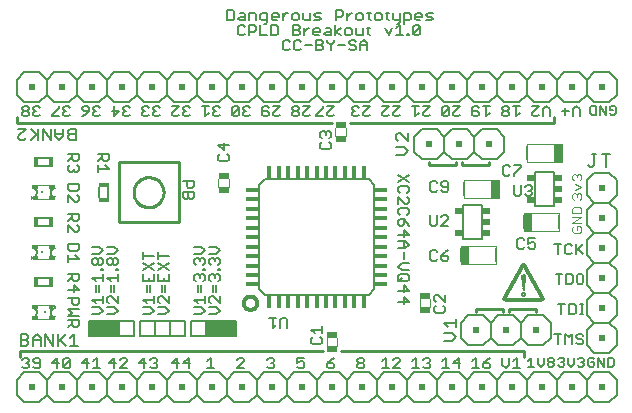
<source format=gto>
G75*
G70*
%OFA0B0*%
%FSLAX24Y24*%
%IPPOS*%
%LPD*%
%AMOC8*
5,1,8,0,0,1.08239X$1,22.5*
%
%ADD10C,0.0050*%
%ADD11C,0.0040*%
%ADD12C,0.0100*%
%ADD13C,0.0070*%
%ADD14C,0.0080*%
%ADD15R,0.1000X0.0500*%
%ADD16C,0.0120*%
%ADD17R,0.0157X0.0472*%
%ADD18R,0.0472X0.0157*%
%ADD19C,0.0079*%
%ADD20C,0.0060*%
%ADD21R,0.0200X0.0200*%
%ADD22R,0.0374X0.0197*%
%ADD23R,0.0374X0.0197*%
%ADD24R,0.0079X0.0472*%
%ADD25R,0.0256X0.0591*%
%ADD26C,0.0086*%
%ADD27R,0.0340X0.0160*%
%ADD28R,0.0197X0.0128*%
%ADD29R,0.0098X0.0059*%
%ADD30R,0.0069X0.0157*%
%ADD31R,0.0079X0.0079*%
%ADD32R,0.0118X0.0118*%
%ADD33R,0.0030X0.0128*%
%ADD34R,0.0160X0.0340*%
%ADD35R,0.0256X0.0197*%
D10*
X000908Y001786D02*
X000850Y001845D01*
X000908Y001786D02*
X001025Y001786D01*
X001083Y001845D01*
X001083Y001903D01*
X001025Y001961D01*
X000966Y001961D01*
X001025Y001961D02*
X001083Y002020D01*
X001083Y002078D01*
X001025Y002137D01*
X000908Y002137D01*
X000850Y002078D01*
X001218Y002078D02*
X001218Y002020D01*
X001276Y001961D01*
X001451Y001961D01*
X001451Y001845D02*
X001451Y002078D01*
X001393Y002137D01*
X001276Y002137D01*
X001218Y002078D01*
X001218Y001845D02*
X001276Y001786D01*
X001393Y001786D01*
X001451Y001845D01*
X001850Y001961D02*
X002083Y001961D01*
X002218Y001845D02*
X002451Y002078D01*
X002451Y001845D01*
X002393Y001786D01*
X002276Y001786D01*
X002218Y001845D01*
X002218Y002078D01*
X002276Y002137D01*
X002393Y002137D01*
X002451Y002078D01*
X002850Y001961D02*
X003083Y001961D01*
X003218Y002020D02*
X003335Y002137D01*
X003335Y001786D01*
X003451Y001786D02*
X003218Y001786D01*
X003025Y001786D02*
X003025Y002137D01*
X002850Y001961D01*
X002025Y001786D02*
X002025Y002137D01*
X001850Y001961D01*
X002386Y003166D02*
X002503Y003283D01*
X002503Y003225D02*
X002503Y003400D01*
X002386Y003400D02*
X002737Y003400D01*
X002737Y003225D01*
X002678Y003166D01*
X002561Y003166D01*
X002503Y003225D01*
X002386Y003534D02*
X002737Y003534D01*
X002737Y003768D02*
X002386Y003768D01*
X002503Y003651D01*
X002386Y003534D01*
X002561Y003903D02*
X002503Y003961D01*
X002503Y004136D01*
X002386Y004136D02*
X002737Y004136D01*
X002737Y003961D01*
X002678Y003903D01*
X002561Y003903D01*
X003186Y003820D02*
X003420Y003820D01*
X003536Y003703D01*
X003420Y003586D01*
X003186Y003586D01*
X003303Y003955D02*
X003186Y004071D01*
X003536Y004071D01*
X003536Y003955D02*
X003536Y004188D01*
X003686Y004130D02*
X003686Y004013D01*
X003744Y003955D01*
X003686Y003820D02*
X003920Y003820D01*
X004036Y003703D01*
X003920Y003586D01*
X003686Y003586D01*
X004036Y003955D02*
X003803Y004188D01*
X003744Y004188D01*
X003686Y004130D01*
X003803Y004323D02*
X003803Y004556D01*
X003920Y004556D02*
X003920Y004323D01*
X004036Y004188D02*
X004036Y003955D01*
X003420Y004323D02*
X003420Y004556D01*
X003303Y004556D02*
X003303Y004323D01*
X003303Y004691D02*
X003186Y004808D01*
X003536Y004808D01*
X003536Y004691D02*
X003536Y004925D01*
X003536Y005059D02*
X003536Y005118D01*
X003478Y005118D01*
X003478Y005059D01*
X003536Y005059D01*
X003478Y005244D02*
X003420Y005244D01*
X003361Y005302D01*
X003361Y005419D01*
X003420Y005477D01*
X003478Y005477D01*
X003536Y005419D01*
X003536Y005302D01*
X003478Y005244D01*
X003361Y005302D02*
X003303Y005244D01*
X003244Y005244D01*
X003186Y005302D01*
X003186Y005419D01*
X003244Y005477D01*
X003303Y005477D01*
X003361Y005419D01*
X003420Y005612D02*
X003186Y005612D01*
X003186Y005845D02*
X003420Y005845D01*
X003536Y005729D01*
X003420Y005612D01*
X003686Y005612D02*
X003920Y005612D01*
X004036Y005729D01*
X003920Y005845D01*
X003686Y005845D01*
X003744Y005477D02*
X003803Y005477D01*
X003861Y005419D01*
X003861Y005302D01*
X003803Y005244D01*
X003744Y005244D01*
X003686Y005302D01*
X003686Y005419D01*
X003744Y005477D01*
X003861Y005419D02*
X003920Y005477D01*
X003978Y005477D01*
X004036Y005419D01*
X004036Y005302D01*
X003978Y005244D01*
X003920Y005244D01*
X003861Y005302D01*
X003978Y005118D02*
X004036Y005118D01*
X004036Y005059D01*
X003978Y005059D01*
X003978Y005118D01*
X004036Y004925D02*
X004036Y004691D01*
X004036Y004808D02*
X003686Y004808D01*
X003803Y004691D01*
X002737Y004761D02*
X002678Y004703D01*
X002561Y004703D01*
X002503Y004761D01*
X002503Y004936D01*
X002503Y004820D02*
X002386Y004703D01*
X002561Y004568D02*
X002561Y004334D01*
X002386Y004393D02*
X002737Y004393D01*
X002561Y004568D01*
X002737Y004761D02*
X002737Y004936D01*
X002386Y004936D01*
X002386Y005334D02*
X002386Y005568D01*
X002386Y005451D02*
X002737Y005451D01*
X002620Y005568D01*
X002678Y005703D02*
X002445Y005703D01*
X002386Y005761D01*
X002386Y005936D01*
X002737Y005936D01*
X002737Y005761D01*
X002678Y005703D01*
X002678Y006334D02*
X002737Y006393D01*
X002737Y006510D01*
X002678Y006568D01*
X002678Y006703D02*
X002561Y006703D01*
X002503Y006761D01*
X002503Y006936D01*
X002503Y006820D02*
X002386Y006703D01*
X002386Y006568D02*
X002620Y006334D01*
X002678Y006334D01*
X002386Y006334D02*
X002386Y006568D01*
X002678Y006703D02*
X002737Y006761D01*
X002737Y006936D01*
X002386Y006936D01*
X002386Y007334D02*
X002386Y007568D01*
X002620Y007334D01*
X002678Y007334D01*
X002737Y007393D01*
X002737Y007510D01*
X002678Y007568D01*
X002678Y007703D02*
X002445Y007703D01*
X002386Y007761D01*
X002386Y007936D01*
X002737Y007936D01*
X002737Y007761D01*
X002678Y007703D01*
X002678Y008334D02*
X002620Y008334D01*
X002561Y008393D01*
X002503Y008334D01*
X002445Y008334D01*
X002386Y008393D01*
X002386Y008510D01*
X002445Y008568D01*
X002386Y008703D02*
X002503Y008820D01*
X002503Y008761D02*
X002503Y008936D01*
X002386Y008936D02*
X002737Y008936D01*
X002737Y008761D01*
X002678Y008703D01*
X002561Y008703D01*
X002503Y008761D01*
X002678Y008568D02*
X002737Y008510D01*
X002737Y008393D01*
X002678Y008334D01*
X002561Y008393D02*
X002561Y008451D01*
X003386Y008451D02*
X003737Y008451D01*
X003620Y008568D01*
X003678Y008703D02*
X003561Y008703D01*
X003503Y008761D01*
X003503Y008936D01*
X003503Y008820D02*
X003386Y008703D01*
X003386Y008568D02*
X003386Y008334D01*
X003678Y008703D02*
X003737Y008761D01*
X003737Y008936D01*
X003386Y008936D01*
X003378Y010186D02*
X003261Y010186D01*
X003203Y010244D01*
X003203Y010303D01*
X003261Y010361D01*
X003203Y010420D01*
X003203Y010478D01*
X003261Y010536D01*
X003378Y010536D01*
X003436Y010478D01*
X003320Y010361D02*
X003261Y010361D01*
X003068Y010361D02*
X002893Y010361D01*
X002834Y010420D01*
X002834Y010478D01*
X002893Y010536D01*
X003010Y010536D01*
X003068Y010478D01*
X003068Y010361D01*
X002951Y010244D01*
X002834Y010186D01*
X002436Y010244D02*
X002378Y010186D01*
X002261Y010186D01*
X002203Y010244D01*
X002203Y010303D01*
X002261Y010361D01*
X002203Y010420D01*
X002203Y010478D01*
X002261Y010536D01*
X002378Y010536D01*
X002436Y010478D01*
X002320Y010361D02*
X002261Y010361D01*
X002068Y010478D02*
X002068Y010536D01*
X002068Y010478D02*
X001834Y010244D01*
X001834Y010186D01*
X002068Y010186D01*
X001436Y010244D02*
X001378Y010186D01*
X001261Y010186D01*
X001203Y010244D01*
X001203Y010303D01*
X001261Y010361D01*
X001203Y010420D01*
X001203Y010478D01*
X001261Y010536D01*
X001378Y010536D01*
X001436Y010478D01*
X001320Y010361D02*
X001261Y010361D01*
X001068Y010303D02*
X001068Y010244D01*
X001010Y010186D01*
X000893Y010186D01*
X000834Y010244D01*
X000834Y010303D01*
X000893Y010361D01*
X001010Y010361D01*
X001068Y010303D01*
X001010Y010361D02*
X001068Y010420D01*
X001068Y010478D01*
X001010Y010536D01*
X000893Y010536D01*
X000834Y010478D01*
X000834Y010420D01*
X000893Y010361D01*
X003378Y010186D02*
X003436Y010244D01*
X003834Y010361D02*
X004068Y010361D01*
X003893Y010186D01*
X003893Y010536D01*
X004203Y010478D02*
X004261Y010536D01*
X004378Y010536D01*
X004436Y010478D01*
X004320Y010361D02*
X004261Y010361D01*
X004203Y010420D01*
X004203Y010478D01*
X004261Y010361D02*
X004203Y010303D01*
X004203Y010244D01*
X004261Y010186D01*
X004378Y010186D01*
X004436Y010244D01*
X004834Y010244D02*
X004893Y010186D01*
X005010Y010186D01*
X005068Y010244D01*
X005203Y010244D02*
X005261Y010186D01*
X005378Y010186D01*
X005436Y010244D01*
X005320Y010361D02*
X005261Y010361D01*
X005203Y010420D01*
X005203Y010478D01*
X005261Y010536D01*
X005378Y010536D01*
X005436Y010478D01*
X005261Y010361D02*
X005203Y010303D01*
X005203Y010244D01*
X005068Y010478D02*
X005010Y010536D01*
X004893Y010536D01*
X004834Y010478D01*
X004834Y010420D01*
X004893Y010361D01*
X004951Y010361D01*
X004893Y010361D02*
X004834Y010303D01*
X004834Y010244D01*
X005834Y010244D02*
X005893Y010186D01*
X006010Y010186D01*
X006068Y010244D01*
X006203Y010244D02*
X006261Y010186D01*
X006378Y010186D01*
X006436Y010244D01*
X006320Y010361D02*
X006261Y010361D01*
X006203Y010420D01*
X006203Y010478D01*
X006261Y010536D01*
X006378Y010536D01*
X006436Y010478D01*
X006261Y010361D02*
X006203Y010303D01*
X006203Y010244D01*
X006068Y010536D02*
X005834Y010536D01*
X005834Y010303D02*
X006068Y010536D01*
X005834Y010303D02*
X005834Y010244D01*
X006834Y010536D02*
X007068Y010536D01*
X006951Y010536D02*
X006951Y010186D01*
X007068Y010303D01*
X007203Y010303D02*
X007261Y010361D01*
X007203Y010420D01*
X007203Y010478D01*
X007261Y010536D01*
X007378Y010536D01*
X007436Y010478D01*
X007320Y010361D02*
X007261Y010361D01*
X007203Y010303D02*
X007203Y010244D01*
X007261Y010186D01*
X007378Y010186D01*
X007436Y010244D01*
X007834Y010244D02*
X008068Y010478D01*
X008010Y010536D01*
X007893Y010536D01*
X007834Y010478D01*
X007834Y010244D01*
X007893Y010186D01*
X008010Y010186D01*
X008068Y010244D01*
X008068Y010478D01*
X008203Y010478D02*
X008261Y010536D01*
X008378Y010536D01*
X008436Y010478D01*
X008320Y010361D02*
X008261Y010361D01*
X008203Y010420D01*
X008203Y010478D01*
X008261Y010361D02*
X008203Y010303D01*
X008203Y010244D01*
X008261Y010186D01*
X008378Y010186D01*
X008436Y010244D01*
X008834Y010244D02*
X008893Y010186D01*
X009010Y010186D01*
X009068Y010244D01*
X009068Y010303D01*
X009010Y010361D01*
X008834Y010361D01*
X008834Y010478D02*
X008834Y010244D01*
X008834Y010478D02*
X008893Y010536D01*
X009010Y010536D01*
X009068Y010478D01*
X009203Y010536D02*
X009436Y010536D01*
X009203Y010303D01*
X009203Y010244D01*
X009261Y010186D01*
X009378Y010186D01*
X009436Y010244D01*
X009834Y010244D02*
X009893Y010186D01*
X010010Y010186D01*
X010068Y010244D01*
X010068Y010303D01*
X010010Y010361D01*
X009893Y010361D01*
X009834Y010420D01*
X009834Y010478D01*
X009893Y010536D01*
X010010Y010536D01*
X010068Y010478D01*
X010068Y010420D01*
X010010Y010361D01*
X009893Y010361D02*
X009834Y010303D01*
X009834Y010244D01*
X010203Y010244D02*
X010261Y010186D01*
X010378Y010186D01*
X010436Y010244D01*
X010634Y010244D02*
X010634Y010186D01*
X010868Y010186D01*
X011003Y010244D02*
X011061Y010186D01*
X011178Y010186D01*
X011236Y010244D01*
X011003Y010244D02*
X011003Y010303D01*
X011236Y010536D01*
X011003Y010536D01*
X010868Y010536D02*
X010868Y010478D01*
X010634Y010244D01*
X010436Y010536D02*
X010203Y010536D01*
X010436Y010536D02*
X010203Y010303D01*
X010203Y010244D01*
X010786Y009630D02*
X010844Y009688D01*
X010903Y009688D01*
X010961Y009630D01*
X011020Y009688D01*
X011078Y009688D01*
X011136Y009630D01*
X011136Y009513D01*
X011078Y009455D01*
X011078Y009320D02*
X011136Y009261D01*
X011136Y009145D01*
X011078Y009086D01*
X010844Y009086D01*
X010786Y009145D01*
X010786Y009261D01*
X010844Y009320D01*
X010844Y009455D02*
X010786Y009513D01*
X010786Y009630D01*
X010961Y009630D02*
X010961Y009571D01*
X011834Y010244D02*
X011893Y010186D01*
X012010Y010186D01*
X012068Y010244D01*
X012203Y010244D02*
X012261Y010186D01*
X012378Y010186D01*
X012436Y010244D01*
X012203Y010244D02*
X012203Y010303D01*
X012436Y010536D01*
X012203Y010536D01*
X012068Y010478D02*
X012010Y010536D01*
X011893Y010536D01*
X011834Y010478D01*
X011834Y010420D01*
X011893Y010361D01*
X011951Y010361D01*
X011893Y010361D02*
X011834Y010303D01*
X011834Y010244D01*
X012834Y010244D02*
X012893Y010186D01*
X013010Y010186D01*
X013068Y010244D01*
X013203Y010244D02*
X013261Y010186D01*
X013378Y010186D01*
X013436Y010244D01*
X013203Y010244D02*
X013203Y010303D01*
X013436Y010536D01*
X013203Y010536D01*
X013068Y010536D02*
X012834Y010303D01*
X012834Y010244D01*
X012834Y010536D02*
X013068Y010536D01*
X013834Y010536D02*
X014068Y010536D01*
X013951Y010536D02*
X013951Y010186D01*
X014068Y010303D01*
X014203Y010303D02*
X014203Y010244D01*
X014261Y010186D01*
X014378Y010186D01*
X014436Y010244D01*
X014203Y010303D02*
X014436Y010536D01*
X014203Y010536D01*
X014834Y010478D02*
X014834Y010244D01*
X015068Y010478D01*
X015010Y010536D01*
X014893Y010536D01*
X014834Y010478D01*
X014834Y010244D02*
X014893Y010186D01*
X015010Y010186D01*
X015068Y010244D01*
X015068Y010478D01*
X015203Y010536D02*
X015436Y010536D01*
X015203Y010303D01*
X015203Y010244D01*
X015261Y010186D01*
X015378Y010186D01*
X015436Y010244D01*
X015834Y010244D02*
X015893Y010186D01*
X016010Y010186D01*
X016068Y010244D01*
X016068Y010303D01*
X016010Y010361D01*
X015834Y010361D01*
X015834Y010478D02*
X015834Y010244D01*
X015834Y010478D02*
X015893Y010536D01*
X016010Y010536D01*
X016068Y010478D01*
X016203Y010536D02*
X016436Y010536D01*
X016320Y010536D02*
X016320Y010186D01*
X016436Y010303D01*
X016834Y010303D02*
X016893Y010361D01*
X017010Y010361D01*
X017068Y010303D01*
X017068Y010244D01*
X017010Y010186D01*
X016893Y010186D01*
X016834Y010244D01*
X016834Y010303D01*
X016893Y010361D02*
X016834Y010420D01*
X016834Y010478D01*
X016893Y010536D01*
X017010Y010536D01*
X017068Y010478D01*
X017068Y010420D01*
X017010Y010361D01*
X017203Y010536D02*
X017436Y010536D01*
X017320Y010536D02*
X017320Y010186D01*
X017436Y010303D01*
X017834Y010303D02*
X017834Y010244D01*
X017893Y010186D01*
X018010Y010186D01*
X018068Y010244D01*
X018203Y010186D02*
X018203Y010420D01*
X018320Y010536D01*
X018436Y010420D01*
X018436Y010186D01*
X018834Y010361D02*
X019068Y010361D01*
X019203Y010420D02*
X019320Y010536D01*
X019436Y010420D01*
X019436Y010186D01*
X019203Y010186D02*
X019203Y010420D01*
X018951Y010478D02*
X018951Y010244D01*
X019792Y010286D02*
X019842Y010236D01*
X019992Y010236D01*
X019992Y010536D01*
X019842Y010536D01*
X019792Y010486D01*
X019792Y010286D01*
X020114Y010236D02*
X020114Y010536D01*
X020314Y010236D01*
X020314Y010536D01*
X020436Y010486D02*
X020436Y010386D01*
X020536Y010386D01*
X020436Y010286D02*
X020486Y010236D01*
X020586Y010236D01*
X020636Y010286D01*
X020636Y010486D01*
X020586Y010536D01*
X020486Y010536D01*
X020436Y010486D01*
X018068Y010536D02*
X017834Y010303D01*
X017834Y010536D02*
X018068Y010536D01*
X017481Y008553D02*
X017248Y008553D01*
X017113Y008494D02*
X017055Y008553D01*
X016938Y008553D01*
X016880Y008494D01*
X016880Y008261D01*
X016938Y008202D01*
X017055Y008202D01*
X017113Y008261D01*
X017248Y008261D02*
X017248Y008202D01*
X017248Y008261D02*
X017481Y008494D01*
X017481Y008553D01*
X017470Y007887D02*
X017470Y007595D01*
X017411Y007536D01*
X017295Y007536D01*
X017236Y007595D01*
X017236Y007887D01*
X017605Y007828D02*
X017663Y007887D01*
X017780Y007887D01*
X017838Y007828D01*
X017838Y007770D01*
X017780Y007711D01*
X017838Y007653D01*
X017838Y007595D01*
X017780Y007536D01*
X017663Y007536D01*
X017605Y007595D01*
X017721Y007711D02*
X017780Y007711D01*
X017725Y006120D02*
X017725Y005945D01*
X017841Y006004D01*
X017900Y006004D01*
X017958Y005945D01*
X017958Y005828D01*
X017900Y005770D01*
X017783Y005770D01*
X017725Y005828D01*
X017590Y005828D02*
X017531Y005770D01*
X017415Y005770D01*
X017356Y005828D01*
X017356Y006062D01*
X017415Y006120D01*
X017531Y006120D01*
X017590Y006062D01*
X017725Y006120D02*
X017958Y006120D01*
X018581Y005937D02*
X018815Y005937D01*
X018698Y005937D02*
X018698Y005586D01*
X018950Y005645D02*
X019008Y005586D01*
X019125Y005586D01*
X019183Y005645D01*
X019318Y005703D02*
X019551Y005937D01*
X019318Y005937D02*
X019318Y005586D01*
X019376Y005761D02*
X019551Y005586D01*
X019183Y005878D02*
X019125Y005937D01*
X019008Y005937D01*
X018950Y005878D01*
X018950Y005645D01*
X018986Y004937D02*
X019152Y004937D01*
X019207Y004881D01*
X019207Y004661D01*
X019152Y004606D01*
X018986Y004606D01*
X018986Y004937D01*
X018857Y004937D02*
X018637Y004937D01*
X018747Y004937D02*
X018747Y004606D01*
X019336Y004661D02*
X019391Y004606D01*
X019501Y004606D01*
X019556Y004661D01*
X019556Y004881D01*
X019501Y004937D01*
X019391Y004937D01*
X019336Y004881D01*
X019336Y004661D01*
X019248Y003937D02*
X019072Y003937D01*
X019072Y003586D01*
X019248Y003586D01*
X019306Y003645D01*
X019306Y003878D01*
X019248Y003937D01*
X019441Y003937D02*
X019557Y003937D01*
X019499Y003937D02*
X019499Y003586D01*
X019441Y003586D02*
X019557Y003586D01*
X018938Y003937D02*
X018704Y003937D01*
X018821Y003937D02*
X018821Y003586D01*
X018815Y002937D02*
X018581Y002937D01*
X018698Y002937D02*
X018698Y002586D01*
X018950Y002586D02*
X018950Y002937D01*
X019066Y002820D01*
X019183Y002937D01*
X019183Y002586D01*
X019318Y002645D02*
X019376Y002586D01*
X019493Y002586D01*
X019551Y002645D01*
X019551Y002703D01*
X019493Y002761D01*
X019376Y002761D01*
X019318Y002820D01*
X019318Y002878D01*
X019376Y002937D01*
X019493Y002937D01*
X019551Y002878D01*
X019514Y002136D02*
X019564Y002086D01*
X019564Y002036D01*
X019514Y001986D01*
X019564Y001936D01*
X019564Y001886D01*
X019514Y001836D01*
X019414Y001836D01*
X019364Y001886D01*
X019242Y001936D02*
X019242Y002136D01*
X019364Y002086D02*
X019414Y002136D01*
X019514Y002136D01*
X019514Y001986D02*
X019464Y001986D01*
X019242Y001936D02*
X019142Y001836D01*
X019042Y001936D01*
X019042Y002136D01*
X018920Y002086D02*
X018920Y002036D01*
X018870Y001986D01*
X018920Y001936D01*
X018920Y001886D01*
X018870Y001836D01*
X018769Y001836D01*
X018719Y001886D01*
X018820Y001986D02*
X018870Y001986D01*
X018920Y002086D02*
X018870Y002136D01*
X018769Y002136D01*
X018719Y002086D01*
X018564Y002086D02*
X018564Y002036D01*
X018514Y001986D01*
X018414Y001986D01*
X018364Y002036D01*
X018364Y002086D01*
X018414Y002136D01*
X018514Y002136D01*
X018564Y002086D01*
X018514Y001986D02*
X018564Y001936D01*
X018564Y001886D01*
X018514Y001836D01*
X018414Y001836D01*
X018364Y001886D01*
X018364Y001936D01*
X018414Y001986D01*
X018242Y001936D02*
X018242Y002136D01*
X018042Y002136D02*
X018042Y001936D01*
X018142Y001836D01*
X018242Y001936D01*
X017920Y001836D02*
X017719Y001836D01*
X017820Y001836D02*
X017820Y002136D01*
X017719Y002036D01*
X017451Y001786D02*
X017218Y001786D01*
X017335Y001786D02*
X017335Y002137D01*
X017218Y002020D01*
X017083Y001903D02*
X017083Y002137D01*
X016850Y002137D02*
X016850Y001903D01*
X016966Y001786D01*
X017083Y001903D01*
X016451Y001903D02*
X016393Y001961D01*
X016218Y001961D01*
X016218Y001845D01*
X016276Y001786D01*
X016393Y001786D01*
X016451Y001845D01*
X016451Y001903D01*
X016335Y002078D02*
X016218Y001961D01*
X016335Y002078D02*
X016451Y002137D01*
X015966Y002137D02*
X015966Y001786D01*
X015850Y001786D02*
X016083Y001786D01*
X015850Y002020D02*
X015966Y002137D01*
X015451Y001961D02*
X015218Y001961D01*
X015393Y002137D01*
X015393Y001786D01*
X015083Y001786D02*
X014850Y001786D01*
X014966Y001786D02*
X014966Y002137D01*
X014850Y002020D01*
X014451Y002020D02*
X014393Y001961D01*
X014451Y001903D01*
X014451Y001845D01*
X014393Y001786D01*
X014276Y001786D01*
X014218Y001845D01*
X014083Y001786D02*
X013850Y001786D01*
X013966Y001786D02*
X013966Y002137D01*
X013850Y002020D01*
X013451Y002020D02*
X013451Y002078D01*
X013393Y002137D01*
X013276Y002137D01*
X013218Y002078D01*
X012966Y002137D02*
X012966Y001786D01*
X012850Y001786D02*
X013083Y001786D01*
X013218Y001786D02*
X013451Y002020D01*
X013451Y001786D02*
X013218Y001786D01*
X012966Y002137D02*
X012850Y002020D01*
X012251Y002020D02*
X012193Y001961D01*
X012076Y001961D01*
X012018Y002020D01*
X012018Y002078D01*
X012076Y002137D01*
X012193Y002137D01*
X012251Y002078D01*
X012251Y002020D01*
X012193Y001961D02*
X012251Y001903D01*
X012251Y001845D01*
X012193Y001786D01*
X012076Y001786D01*
X012018Y001845D01*
X012018Y001903D01*
X012076Y001961D01*
X011251Y001903D02*
X011193Y001961D01*
X011018Y001961D01*
X011018Y001845D01*
X011076Y001786D01*
X011193Y001786D01*
X011251Y001845D01*
X011251Y001903D01*
X011135Y002078D02*
X011018Y001961D01*
X011135Y002078D02*
X011251Y002137D01*
X010778Y002586D02*
X010544Y002586D01*
X010486Y002645D01*
X010486Y002761D01*
X010544Y002820D01*
X010603Y002955D02*
X010486Y003071D01*
X010836Y003071D01*
X010836Y002955D02*
X010836Y003188D01*
X010778Y002820D02*
X010836Y002761D01*
X010836Y002645D01*
X010778Y002586D01*
X010251Y002137D02*
X010018Y002137D01*
X010018Y001961D01*
X010135Y002020D01*
X010193Y002020D01*
X010251Y001961D01*
X010251Y001845D01*
X010193Y001786D01*
X010076Y001786D01*
X010018Y001845D01*
X009251Y001845D02*
X009193Y001786D01*
X009076Y001786D01*
X009018Y001845D01*
X009135Y001961D02*
X009193Y001961D01*
X009251Y001903D01*
X009251Y001845D01*
X009193Y001961D02*
X009251Y002020D01*
X009251Y002078D01*
X009193Y002137D01*
X009076Y002137D01*
X009018Y002078D01*
X008251Y002078D02*
X008193Y002137D01*
X008076Y002137D01*
X008018Y002078D01*
X008251Y002078D02*
X008251Y002020D01*
X008018Y001786D01*
X008251Y001786D01*
X007251Y001786D02*
X007018Y001786D01*
X007135Y001786D02*
X007135Y002137D01*
X007018Y002020D01*
X006451Y001961D02*
X006218Y001961D01*
X006393Y002137D01*
X006393Y001786D01*
X006025Y001786D02*
X006025Y002137D01*
X005850Y001961D01*
X006083Y001961D01*
X005351Y001903D02*
X005351Y001845D01*
X005293Y001786D01*
X005176Y001786D01*
X005118Y001845D01*
X005235Y001961D02*
X005293Y001961D01*
X005351Y001903D01*
X005293Y001961D02*
X005351Y002020D01*
X005351Y002078D01*
X005293Y002137D01*
X005176Y002137D01*
X005118Y002078D01*
X004983Y001961D02*
X004750Y001961D01*
X004925Y002137D01*
X004925Y001786D01*
X004351Y001786D02*
X004118Y001786D01*
X004351Y002020D01*
X004351Y002078D01*
X004293Y002137D01*
X004176Y002137D01*
X004118Y002078D01*
X003983Y001961D02*
X003750Y001961D01*
X003925Y002137D01*
X003925Y001786D01*
X004886Y003586D02*
X005120Y003586D01*
X005236Y003703D01*
X005120Y003820D01*
X004886Y003820D01*
X005003Y003955D02*
X004886Y004071D01*
X005236Y004071D01*
X005236Y003955D02*
X005236Y004188D01*
X005386Y004130D02*
X005386Y004013D01*
X005444Y003955D01*
X005386Y003820D02*
X005620Y003820D01*
X005736Y003703D01*
X005620Y003586D01*
X005386Y003586D01*
X005736Y003955D02*
X005503Y004188D01*
X005444Y004188D01*
X005386Y004130D01*
X005503Y004323D02*
X005503Y004556D01*
X005620Y004556D02*
X005620Y004323D01*
X005736Y004188D02*
X005736Y003955D01*
X005120Y004323D02*
X005120Y004556D01*
X005003Y004556D02*
X005003Y004323D01*
X005061Y004691D02*
X005061Y004808D01*
X004886Y004925D02*
X004886Y004691D01*
X005236Y004691D01*
X005236Y004925D01*
X005236Y005059D02*
X004886Y005293D01*
X004886Y005428D02*
X004886Y005661D01*
X004886Y005545D02*
X005236Y005545D01*
X005386Y005545D02*
X005736Y005545D01*
X005386Y005661D02*
X005386Y005428D01*
X005386Y005293D02*
X005736Y005059D01*
X005736Y004925D02*
X005736Y004691D01*
X005386Y004691D01*
X005386Y004925D01*
X005386Y005059D02*
X005736Y005293D01*
X005236Y005293D02*
X004886Y005059D01*
X005561Y004808D02*
X005561Y004691D01*
X006586Y004750D02*
X006586Y004866D01*
X006644Y004925D01*
X006703Y004925D01*
X006761Y004866D01*
X006820Y004925D01*
X006878Y004925D01*
X006936Y004866D01*
X006936Y004750D01*
X006878Y004691D01*
X006820Y004556D02*
X006820Y004323D01*
X006703Y004323D02*
X006703Y004556D01*
X006644Y004691D02*
X006586Y004750D01*
X006761Y004808D02*
X006761Y004866D01*
X006878Y005059D02*
X006878Y005118D01*
X006936Y005118D01*
X006936Y005059D01*
X006878Y005059D01*
X006878Y005244D02*
X006936Y005302D01*
X006936Y005419D01*
X006878Y005477D01*
X006820Y005477D01*
X006761Y005419D01*
X006761Y005360D01*
X006761Y005419D02*
X006703Y005477D01*
X006644Y005477D01*
X006586Y005419D01*
X006586Y005302D01*
X006644Y005244D01*
X007086Y005302D02*
X007086Y005419D01*
X007144Y005477D01*
X007203Y005477D01*
X007261Y005419D01*
X007320Y005477D01*
X007378Y005477D01*
X007436Y005419D01*
X007436Y005302D01*
X007378Y005244D01*
X007378Y005118D02*
X007436Y005118D01*
X007436Y005059D01*
X007378Y005059D01*
X007378Y005118D01*
X007378Y004925D02*
X007436Y004866D01*
X007436Y004750D01*
X007378Y004691D01*
X007320Y004556D02*
X007320Y004323D01*
X007203Y004323D02*
X007203Y004556D01*
X007144Y004691D02*
X007086Y004750D01*
X007086Y004866D01*
X007144Y004925D01*
X007203Y004925D01*
X007261Y004866D01*
X007320Y004925D01*
X007378Y004925D01*
X007261Y004866D02*
X007261Y004808D01*
X007144Y005244D02*
X007086Y005302D01*
X007261Y005360D02*
X007261Y005419D01*
X007320Y005612D02*
X007086Y005612D01*
X006936Y005729D02*
X006820Y005845D01*
X006586Y005845D01*
X006586Y005612D02*
X006820Y005612D01*
X006936Y005729D01*
X007086Y005845D02*
X007320Y005845D01*
X007436Y005729D01*
X007320Y005612D01*
X007436Y004188D02*
X007436Y003955D01*
X007203Y004188D01*
X007144Y004188D01*
X007086Y004130D01*
X007086Y004013D01*
X007144Y003955D01*
X007086Y003820D02*
X007320Y003820D01*
X007436Y003703D01*
X007320Y003586D01*
X007086Y003586D01*
X006936Y003703D02*
X006820Y003820D01*
X006586Y003820D01*
X006703Y003955D02*
X006586Y004071D01*
X006936Y004071D01*
X006936Y003955D02*
X006936Y004188D01*
X006936Y003703D02*
X006820Y003586D01*
X006586Y003586D01*
X009084Y003476D02*
X009318Y003476D01*
X009201Y003476D02*
X009201Y003126D01*
X009318Y003243D01*
X009453Y003126D02*
X009453Y003418D01*
X009511Y003476D01*
X009628Y003476D01*
X009686Y003418D01*
X009686Y003126D01*
X013386Y004010D02*
X013737Y004010D01*
X013561Y004185D01*
X013561Y003951D01*
X013561Y004320D02*
X013561Y004553D01*
X013737Y004378D01*
X013386Y004378D01*
X013386Y004688D02*
X013503Y004805D01*
X013445Y004921D02*
X013386Y004863D01*
X013386Y004746D01*
X013445Y004688D01*
X013678Y004688D01*
X013737Y004746D01*
X013737Y004863D01*
X013678Y004921D01*
X013445Y004921D01*
X013503Y005056D02*
X013386Y005173D01*
X013503Y005290D01*
X013737Y005290D01*
X013561Y005425D02*
X013561Y005658D01*
X013561Y005793D02*
X013561Y006026D01*
X013620Y006026D02*
X013737Y005910D01*
X013620Y005793D01*
X013386Y005793D01*
X013386Y006026D02*
X013620Y006026D01*
X013561Y006161D02*
X013561Y006395D01*
X013737Y006220D01*
X013386Y006220D01*
X013445Y006530D02*
X013503Y006530D01*
X013561Y006588D01*
X013561Y006763D01*
X013445Y006763D01*
X013386Y006705D01*
X013386Y006588D01*
X013445Y006530D01*
X013678Y006646D02*
X013561Y006763D01*
X013678Y006646D02*
X013737Y006530D01*
X013678Y006898D02*
X013737Y006956D01*
X013737Y007073D01*
X013678Y007131D01*
X013445Y007131D01*
X013386Y007073D01*
X013386Y006956D01*
X013445Y006898D01*
X013386Y007266D02*
X013386Y007500D01*
X013620Y007266D01*
X013678Y007266D01*
X013737Y007325D01*
X013737Y007441D01*
X013678Y007500D01*
X013678Y007634D02*
X013737Y007693D01*
X013737Y007810D01*
X013678Y007868D01*
X013445Y007868D01*
X013386Y007810D01*
X013386Y007693D01*
X013445Y007634D01*
X013386Y008003D02*
X013737Y008236D01*
X013737Y008003D02*
X013386Y008236D01*
X014456Y007962D02*
X014456Y007728D01*
X014515Y007670D01*
X014631Y007670D01*
X014690Y007728D01*
X014825Y007728D02*
X014883Y007670D01*
X015000Y007670D01*
X015058Y007728D01*
X015058Y007962D01*
X015000Y008020D01*
X014883Y008020D01*
X014825Y007962D01*
X014825Y007904D01*
X014883Y007845D01*
X015058Y007845D01*
X014690Y007962D02*
X014631Y008020D01*
X014515Y008020D01*
X014456Y007962D01*
X014436Y006887D02*
X014436Y006595D01*
X014495Y006536D01*
X014611Y006536D01*
X014670Y006595D01*
X014670Y006887D01*
X014805Y006828D02*
X014863Y006887D01*
X014980Y006887D01*
X015038Y006828D01*
X015038Y006770D01*
X014805Y006536D01*
X015038Y006536D01*
X015058Y005720D02*
X014941Y005662D01*
X014825Y005545D01*
X015000Y005545D01*
X015058Y005487D01*
X015058Y005428D01*
X015000Y005370D01*
X014883Y005370D01*
X014825Y005428D01*
X014825Y005545D01*
X014690Y005428D02*
X014631Y005370D01*
X014515Y005370D01*
X014456Y005428D01*
X014456Y005662D01*
X014515Y005720D01*
X014631Y005720D01*
X014690Y005662D01*
X013737Y005056D02*
X013503Y005056D01*
X014586Y004193D02*
X014644Y004251D01*
X014703Y004251D01*
X014936Y004018D01*
X014936Y004251D01*
X014586Y004193D02*
X014586Y004076D01*
X014644Y004018D01*
X014644Y003883D02*
X014586Y003825D01*
X014586Y003708D01*
X014644Y003650D01*
X014878Y003650D01*
X014936Y003708D01*
X014936Y003825D01*
X014878Y003883D01*
X014393Y002137D02*
X014276Y002137D01*
X014218Y002078D01*
X014335Y001961D02*
X014393Y001961D01*
X014451Y002020D02*
X014451Y002078D01*
X014393Y002137D01*
X017512Y004261D02*
X017514Y004274D01*
X017519Y004286D01*
X017528Y004297D01*
X017538Y004305D01*
X017551Y004309D01*
X017564Y004310D01*
X017577Y004307D01*
X017589Y004301D01*
X017599Y004292D01*
X017606Y004281D01*
X017610Y004268D01*
X017610Y004254D01*
X017606Y004241D01*
X017599Y004230D01*
X017589Y004221D01*
X017577Y004215D01*
X017564Y004212D01*
X017551Y004213D01*
X017538Y004217D01*
X017528Y004225D01*
X017519Y004236D01*
X017514Y004248D01*
X017512Y004261D01*
X017561Y004409D02*
X017610Y004852D01*
X017512Y004852D01*
X017561Y004409D01*
X017559Y004433D02*
X017564Y004433D01*
X017569Y004482D02*
X017553Y004482D01*
X017548Y004530D02*
X017575Y004530D01*
X017580Y004579D02*
X017542Y004579D01*
X017537Y004627D02*
X017586Y004627D01*
X017591Y004676D02*
X017532Y004676D01*
X017526Y004724D02*
X017596Y004724D01*
X017602Y004773D02*
X017521Y004773D01*
X017515Y004821D02*
X017607Y004821D01*
X017610Y004852D02*
X017608Y004865D01*
X017603Y004876D01*
X017596Y004887D01*
X017586Y004894D01*
X017574Y004899D01*
X017561Y004901D01*
X017548Y004899D01*
X017537Y004894D01*
X017526Y004887D01*
X017519Y004876D01*
X017514Y004865D01*
X017512Y004852D01*
X019769Y002136D02*
X019719Y002086D01*
X019719Y001886D01*
X019769Y001836D01*
X019870Y001836D01*
X019920Y001886D01*
X019920Y001986D01*
X019820Y001986D01*
X019920Y002086D02*
X019870Y002136D01*
X019769Y002136D01*
X020042Y002136D02*
X020242Y001836D01*
X020242Y002136D01*
X020364Y002136D02*
X020514Y002136D01*
X020564Y002086D01*
X020564Y001886D01*
X020514Y001836D01*
X020364Y001836D01*
X020364Y002136D01*
X020042Y002136D02*
X020042Y001836D01*
X007736Y008745D02*
X007736Y008861D01*
X007678Y008920D01*
X007561Y009055D02*
X007561Y009288D01*
X007386Y009230D02*
X007561Y009055D01*
X007444Y008920D02*
X007386Y008861D01*
X007386Y008745D01*
X007444Y008686D01*
X007678Y008686D01*
X007736Y008745D01*
X007736Y009230D02*
X007386Y009230D01*
X006562Y008036D02*
X006211Y008036D01*
X006328Y008036D02*
X006328Y007861D01*
X006386Y007803D01*
X006503Y007803D01*
X006562Y007861D01*
X006562Y008036D01*
X006562Y007668D02*
X006211Y007668D01*
X006211Y007493D01*
X006270Y007434D01*
X006328Y007434D01*
X006386Y007493D01*
X006386Y007668D01*
X006386Y007493D02*
X006445Y007434D01*
X006503Y007434D01*
X006562Y007493D01*
X006562Y007668D01*
X009595Y012386D02*
X009711Y012386D01*
X009770Y012445D01*
X009905Y012445D02*
X009963Y012386D01*
X010080Y012386D01*
X010138Y012445D01*
X010273Y012561D02*
X010506Y012561D01*
X010641Y012561D02*
X010816Y012561D01*
X010875Y012503D01*
X010875Y012445D01*
X010816Y012386D01*
X010641Y012386D01*
X010641Y012737D01*
X010816Y012737D01*
X010875Y012678D01*
X010875Y012620D01*
X010816Y012561D01*
X011009Y012678D02*
X011126Y012561D01*
X011126Y012386D01*
X011126Y012561D02*
X011243Y012678D01*
X011243Y012737D01*
X011290Y012886D02*
X011290Y013237D01*
X011308Y013386D02*
X011308Y013737D01*
X011483Y013737D01*
X011541Y013678D01*
X011541Y013561D01*
X011483Y013503D01*
X011308Y013503D01*
X011676Y013503D02*
X011793Y013620D01*
X011851Y013620D01*
X011983Y013561D02*
X011983Y013445D01*
X012041Y013386D01*
X012158Y013386D01*
X012217Y013445D01*
X012217Y013561D01*
X012158Y013620D01*
X012041Y013620D01*
X011983Y013561D01*
X012351Y013620D02*
X012468Y013620D01*
X012410Y013678D02*
X012410Y013445D01*
X012468Y013386D01*
X012597Y013445D02*
X012655Y013386D01*
X012772Y013386D01*
X012830Y013445D01*
X012830Y013561D01*
X012772Y013620D01*
X012655Y013620D01*
X012597Y013561D01*
X012597Y013445D01*
X012965Y013620D02*
X013082Y013620D01*
X013024Y013678D02*
X013024Y013445D01*
X013082Y013386D01*
X013211Y013445D02*
X013269Y013386D01*
X013444Y013386D01*
X013444Y013328D02*
X013386Y013270D01*
X013327Y013270D01*
X013432Y013237D02*
X013432Y012886D01*
X013315Y012886D02*
X013549Y012886D01*
X013684Y012886D02*
X013742Y012886D01*
X013742Y012945D01*
X013684Y012945D01*
X013684Y012886D01*
X013868Y012945D02*
X014101Y013178D01*
X014101Y012945D01*
X014043Y012886D01*
X013926Y012886D01*
X013868Y012945D01*
X013868Y013178D01*
X013926Y013237D01*
X014043Y013237D01*
X014101Y013178D01*
X014122Y013386D02*
X014006Y013386D01*
X013947Y013445D01*
X013947Y013561D01*
X014006Y013620D01*
X014122Y013620D01*
X014181Y013561D01*
X014181Y013503D01*
X013947Y013503D01*
X013813Y013445D02*
X013754Y013386D01*
X013579Y013386D01*
X013579Y013270D02*
X013579Y013620D01*
X013754Y013620D01*
X013813Y013561D01*
X013813Y013445D01*
X013444Y013328D02*
X013444Y013620D01*
X013211Y013620D02*
X013211Y013445D01*
X013432Y013237D02*
X013315Y013120D01*
X013180Y013120D02*
X013064Y012886D01*
X012947Y013120D01*
X012450Y013120D02*
X012333Y013120D01*
X012391Y013178D02*
X012391Y012945D01*
X012450Y012886D01*
X012198Y012886D02*
X012198Y013120D01*
X011965Y013120D02*
X011965Y012945D01*
X012023Y012886D01*
X012198Y012886D01*
X012231Y012737D02*
X012348Y012620D01*
X012348Y012386D01*
X012348Y012561D02*
X012114Y012561D01*
X012114Y012620D02*
X012114Y012386D01*
X011980Y012445D02*
X011921Y012386D01*
X011804Y012386D01*
X011746Y012445D01*
X011804Y012561D02*
X011921Y012561D01*
X011980Y012503D01*
X011980Y012445D01*
X011804Y012561D02*
X011746Y012620D01*
X011746Y012678D01*
X011804Y012737D01*
X011921Y012737D01*
X011980Y012678D01*
X012114Y012620D02*
X012231Y012737D01*
X011830Y012945D02*
X011830Y013061D01*
X011772Y013120D01*
X011655Y013120D01*
X011596Y013061D01*
X011596Y012945D01*
X011655Y012886D01*
X011772Y012886D01*
X011830Y012945D01*
X011465Y012886D02*
X011290Y013003D01*
X011465Y013120D01*
X011155Y013061D02*
X011155Y012886D01*
X010980Y012886D01*
X010921Y012945D01*
X010980Y013003D01*
X011155Y013003D01*
X011155Y013061D02*
X011096Y013120D01*
X010980Y013120D01*
X010786Y013061D02*
X010786Y013003D01*
X010553Y013003D01*
X010553Y012945D02*
X010553Y013061D01*
X010611Y013120D01*
X010728Y013120D01*
X010786Y013061D01*
X010728Y012886D02*
X010611Y012886D01*
X010553Y012945D01*
X010421Y013120D02*
X010363Y013120D01*
X010246Y013003D01*
X010246Y012886D02*
X010246Y013120D01*
X010111Y013120D02*
X010111Y013178D01*
X010053Y013237D01*
X009878Y013237D01*
X009878Y012886D01*
X010053Y012886D01*
X010111Y012945D01*
X010111Y013003D01*
X010053Y013061D01*
X009878Y013061D01*
X010053Y013061D02*
X010111Y013120D01*
X010010Y013386D02*
X010068Y013445D01*
X010068Y013561D01*
X010010Y013620D01*
X009893Y013620D01*
X009835Y013561D01*
X009835Y013445D01*
X009893Y013386D01*
X010010Y013386D01*
X010203Y013445D02*
X010261Y013386D01*
X010436Y013386D01*
X010436Y013620D01*
X010571Y013561D02*
X010630Y013620D01*
X010805Y013620D01*
X010746Y013503D02*
X010630Y013503D01*
X010571Y013561D01*
X010571Y013386D02*
X010746Y013386D01*
X010805Y013445D01*
X010746Y013503D01*
X010203Y013445D02*
X010203Y013620D01*
X009703Y013620D02*
X009645Y013620D01*
X009528Y013503D01*
X009528Y013386D02*
X009528Y013620D01*
X009393Y013561D02*
X009393Y013503D01*
X009159Y013503D01*
X009159Y013561D02*
X009218Y013620D01*
X009335Y013620D01*
X009393Y013561D01*
X009335Y013386D02*
X009218Y013386D01*
X009159Y013445D01*
X009159Y013561D01*
X009025Y013620D02*
X008850Y013620D01*
X008791Y013561D01*
X008791Y013445D01*
X008850Y013386D01*
X009025Y013386D01*
X009025Y013328D02*
X009025Y013620D01*
X009025Y013328D02*
X008966Y013270D01*
X008908Y013270D01*
X008773Y013237D02*
X008773Y012886D01*
X009006Y012886D01*
X009141Y012886D02*
X009316Y012886D01*
X009375Y012945D01*
X009375Y013178D01*
X009316Y013237D01*
X009141Y013237D01*
X009141Y012886D01*
X009536Y012678D02*
X009536Y012445D01*
X009595Y012386D01*
X009536Y012678D02*
X009595Y012737D01*
X009711Y012737D01*
X009770Y012678D01*
X009905Y012678D02*
X009963Y012737D01*
X010080Y012737D01*
X010138Y012678D01*
X009905Y012678D02*
X009905Y012445D01*
X011009Y012678D02*
X011009Y012737D01*
X011378Y012561D02*
X011611Y012561D01*
X011676Y013386D02*
X011676Y013620D01*
X014316Y013561D02*
X014374Y013620D01*
X014549Y013620D01*
X014491Y013503D02*
X014374Y013503D01*
X014316Y013561D01*
X014316Y013386D02*
X014491Y013386D01*
X014549Y013445D01*
X014491Y013503D01*
X008656Y013561D02*
X008656Y013386D01*
X008580Y013237D02*
X008405Y013237D01*
X008405Y012886D01*
X008405Y013003D02*
X008580Y013003D01*
X008638Y013061D01*
X008638Y013178D01*
X008580Y013237D01*
X008423Y013386D02*
X008423Y013620D01*
X008598Y013620D01*
X008656Y013561D01*
X008288Y013561D02*
X008288Y013386D01*
X008113Y013386D01*
X008055Y013445D01*
X008113Y013503D01*
X008288Y013503D01*
X008288Y013561D02*
X008230Y013620D01*
X008113Y013620D01*
X007920Y013678D02*
X007920Y013445D01*
X007861Y013386D01*
X007686Y013386D01*
X007686Y013737D01*
X007861Y013737D01*
X007920Y013678D01*
X008095Y013237D02*
X008036Y013178D01*
X008036Y012945D01*
X008095Y012886D01*
X008211Y012886D01*
X008270Y012945D01*
X008270Y013178D02*
X008211Y013237D01*
X008095Y013237D01*
D11*
X011291Y009801D02*
X011291Y009521D01*
X011626Y009521D02*
X011626Y009801D01*
X007726Y008101D02*
X007726Y007821D01*
X007391Y007821D02*
X007391Y008101D01*
X001926Y007798D02*
X001904Y007793D01*
X001884Y007785D01*
X001866Y007774D01*
X001849Y007759D01*
X001835Y007743D01*
X001823Y007724D01*
X001815Y007704D01*
X001810Y007683D01*
X001808Y007661D01*
X001810Y007639D01*
X001815Y007618D01*
X001823Y007598D01*
X001835Y007579D01*
X001849Y007563D01*
X001866Y007548D01*
X001884Y007537D01*
X001904Y007529D01*
X001926Y007524D01*
X001758Y007435D02*
X001197Y007435D01*
X001186Y007484D02*
X001188Y007496D01*
X001193Y007507D01*
X001201Y007516D01*
X001212Y007522D01*
X001224Y007525D01*
X001236Y007524D01*
X001248Y007520D01*
X001257Y007512D01*
X001264Y007502D01*
X001268Y007490D01*
X001268Y007478D01*
X001264Y007466D01*
X001257Y007456D01*
X001247Y007448D01*
X001236Y007444D01*
X001224Y007443D01*
X001212Y007446D01*
X001201Y007452D01*
X001193Y007461D01*
X001188Y007472D01*
X001186Y007484D01*
X001197Y007524D02*
X001219Y007529D01*
X001239Y007537D01*
X001257Y007548D01*
X001274Y007563D01*
X001288Y007579D01*
X001300Y007598D01*
X001308Y007618D01*
X001313Y007639D01*
X001315Y007661D01*
X001313Y007683D01*
X001308Y007704D01*
X001300Y007724D01*
X001288Y007743D01*
X001274Y007759D01*
X001257Y007774D01*
X001239Y007785D01*
X001219Y007793D01*
X001197Y007798D01*
X001355Y007888D02*
X001768Y007888D01*
X001768Y005888D02*
X001355Y005888D01*
X001197Y005798D02*
X001219Y005793D01*
X001239Y005785D01*
X001257Y005774D01*
X001274Y005759D01*
X001288Y005743D01*
X001300Y005724D01*
X001308Y005704D01*
X001313Y005683D01*
X001315Y005661D01*
X001313Y005639D01*
X001308Y005618D01*
X001300Y005598D01*
X001288Y005579D01*
X001274Y005563D01*
X001257Y005548D01*
X001239Y005537D01*
X001219Y005529D01*
X001197Y005524D01*
X001186Y005484D02*
X001188Y005496D01*
X001193Y005507D01*
X001201Y005516D01*
X001212Y005522D01*
X001224Y005525D01*
X001236Y005524D01*
X001248Y005520D01*
X001257Y005512D01*
X001264Y005502D01*
X001268Y005490D01*
X001268Y005478D01*
X001264Y005466D01*
X001257Y005456D01*
X001247Y005448D01*
X001236Y005444D01*
X001224Y005443D01*
X001212Y005446D01*
X001201Y005452D01*
X001193Y005461D01*
X001188Y005472D01*
X001186Y005484D01*
X001197Y005435D02*
X001758Y005435D01*
X001926Y005524D02*
X001904Y005529D01*
X001884Y005537D01*
X001866Y005548D01*
X001849Y005563D01*
X001835Y005579D01*
X001823Y005598D01*
X001815Y005618D01*
X001810Y005639D01*
X001808Y005661D01*
X001810Y005683D01*
X001815Y005704D01*
X001823Y005724D01*
X001835Y005743D01*
X001849Y005759D01*
X001866Y005774D01*
X001884Y005785D01*
X001904Y005793D01*
X001926Y005798D01*
X001925Y003888D02*
X001364Y003888D01*
X001197Y003798D02*
X001219Y003793D01*
X001239Y003785D01*
X001257Y003774D01*
X001274Y003759D01*
X001288Y003743D01*
X001300Y003724D01*
X001308Y003704D01*
X001313Y003683D01*
X001315Y003661D01*
X001313Y003639D01*
X001308Y003618D01*
X001300Y003598D01*
X001288Y003579D01*
X001274Y003563D01*
X001257Y003548D01*
X001239Y003537D01*
X001219Y003529D01*
X001197Y003524D01*
X001355Y003435D02*
X001768Y003435D01*
X001926Y003524D02*
X001904Y003529D01*
X001884Y003537D01*
X001866Y003548D01*
X001849Y003563D01*
X001835Y003579D01*
X001823Y003598D01*
X001815Y003618D01*
X001810Y003639D01*
X001808Y003661D01*
X001810Y003683D01*
X001815Y003704D01*
X001823Y003724D01*
X001835Y003743D01*
X001849Y003759D01*
X001866Y003774D01*
X001884Y003785D01*
X001904Y003793D01*
X001926Y003798D01*
X001855Y003838D02*
X001857Y003850D01*
X001862Y003861D01*
X001870Y003870D01*
X001881Y003876D01*
X001893Y003879D01*
X001905Y003878D01*
X001917Y003874D01*
X001926Y003866D01*
X001933Y003856D01*
X001937Y003844D01*
X001937Y003832D01*
X001933Y003820D01*
X001926Y003810D01*
X001916Y003802D01*
X001905Y003798D01*
X001893Y003797D01*
X001881Y003800D01*
X001870Y003806D01*
X001862Y003815D01*
X001857Y003826D01*
X001855Y003838D01*
X010996Y002801D02*
X010996Y002521D01*
X011331Y002521D02*
X011331Y002801D01*
X014096Y003821D02*
X014096Y004101D01*
X014431Y004101D02*
X014431Y003821D01*
X015490Y005266D02*
X015490Y005857D01*
X016632Y005857D01*
X016632Y005266D01*
X015490Y005266D01*
X017590Y006366D02*
X017590Y006957D01*
X018732Y006957D01*
X018732Y006366D01*
X017590Y006366D01*
X019181Y006366D02*
X019233Y006314D01*
X019440Y006314D01*
X019491Y006366D01*
X019491Y006470D01*
X019440Y006521D01*
X019336Y006521D01*
X019336Y006418D01*
X019233Y006521D02*
X019181Y006470D01*
X019181Y006366D01*
X019181Y006637D02*
X019491Y006844D01*
X019181Y006844D01*
X019181Y006959D02*
X019181Y007114D01*
X019233Y007166D01*
X019440Y007166D01*
X019491Y007114D01*
X019491Y006959D01*
X019181Y006959D01*
X019181Y006637D02*
X019491Y006637D01*
X019440Y007414D02*
X019491Y007466D01*
X019491Y007570D01*
X019440Y007621D01*
X019388Y007621D01*
X019336Y007570D01*
X019336Y007518D01*
X019336Y007570D02*
X019284Y007621D01*
X019233Y007621D01*
X019181Y007570D01*
X019181Y007466D01*
X019233Y007414D01*
X019284Y007737D02*
X019491Y007840D01*
X019284Y007944D01*
X019233Y008059D02*
X019181Y008111D01*
X019181Y008214D01*
X019233Y008266D01*
X019284Y008266D01*
X019336Y008214D01*
X019388Y008266D01*
X019440Y008266D01*
X019491Y008214D01*
X019491Y008111D01*
X019440Y008059D01*
X019336Y008162D02*
X019336Y008214D01*
X018832Y008666D02*
X018832Y009257D01*
X017690Y009257D01*
X017690Y008666D01*
X018832Y008666D01*
X016732Y008057D02*
X016732Y007466D01*
X015590Y007466D01*
X015590Y008057D01*
X016732Y008057D01*
D12*
X016411Y008561D02*
X015511Y008561D01*
X015511Y008661D01*
X015311Y008661D02*
X015311Y008561D01*
X014411Y008561D01*
X014411Y008661D01*
X016411Y008661D02*
X016411Y008561D01*
X018561Y009961D02*
X018561Y010161D01*
X018561Y009961D02*
X011761Y009961D01*
X011161Y009961D02*
X000661Y009961D01*
X000661Y010161D01*
X000761Y002361D02*
X000761Y002161D01*
X000761Y002361D02*
X010861Y002361D01*
X011461Y002361D02*
X017561Y002361D01*
X017561Y002161D01*
X017961Y003661D02*
X017961Y003761D01*
X017061Y003761D01*
X017061Y003661D01*
X016861Y003661D02*
X016861Y003761D01*
X015961Y003761D01*
X015961Y003661D01*
D13*
X002707Y002546D02*
X002454Y002546D01*
X002580Y002546D02*
X002580Y002927D01*
X002454Y002800D01*
X002293Y002927D02*
X002039Y002673D01*
X002103Y002736D02*
X002293Y002546D01*
X002039Y002546D02*
X002039Y002927D01*
X001878Y002927D02*
X001878Y002546D01*
X001625Y002927D01*
X001625Y002546D01*
X001464Y002546D02*
X001464Y002800D01*
X001337Y002927D01*
X001211Y002800D01*
X001211Y002546D01*
X001050Y002610D02*
X001050Y002673D01*
X000986Y002736D01*
X000796Y002736D01*
X000796Y002546D02*
X000986Y002546D01*
X001050Y002610D01*
X000986Y002736D02*
X001050Y002800D01*
X001050Y002863D01*
X000986Y002927D01*
X000796Y002927D01*
X000796Y002546D01*
X001211Y002736D02*
X001464Y002736D01*
X001383Y009396D02*
X001383Y009776D01*
X001383Y009649D02*
X001130Y009396D01*
X000969Y009459D02*
X000906Y009396D01*
X000779Y009396D01*
X000715Y009459D01*
X000715Y009523D01*
X000969Y009776D01*
X000715Y009776D01*
X001130Y009776D02*
X001320Y009586D01*
X001544Y009776D02*
X001544Y009396D01*
X001798Y009396D02*
X001544Y009776D01*
X001798Y009776D02*
X001798Y009396D01*
X001958Y009523D02*
X001958Y009776D01*
X001958Y009586D02*
X002212Y009586D01*
X002212Y009523D02*
X002085Y009396D01*
X001958Y009523D01*
X002212Y009523D02*
X002212Y009776D01*
X002373Y009713D02*
X002373Y009649D01*
X002436Y009586D01*
X002626Y009586D01*
X002436Y009586D02*
X002373Y009523D01*
X002373Y009459D01*
X002436Y009396D01*
X002626Y009396D01*
X002626Y009776D01*
X002436Y009776D01*
X002373Y009713D01*
D14*
X003061Y003361D02*
X003061Y002861D01*
X003561Y002861D01*
X003561Y003361D01*
X003061Y003361D01*
X003561Y003361D02*
X004061Y003361D01*
X004061Y002861D01*
X004561Y002861D01*
X004561Y003361D01*
X004061Y003361D01*
X004761Y003361D02*
X004761Y002861D01*
X005261Y002861D01*
X005261Y003361D01*
X004761Y003361D01*
X005261Y003361D02*
X005761Y003361D01*
X005761Y002861D01*
X006261Y002861D01*
X006261Y003361D01*
X005761Y003361D01*
X006461Y003361D02*
X006461Y002861D01*
X006961Y002861D01*
X006961Y003361D01*
X006461Y003361D01*
X006961Y003361D02*
X007461Y003361D01*
X007461Y002861D01*
X007961Y002861D01*
X007961Y003361D01*
X007461Y003361D01*
X007461Y002861D02*
X006961Y002861D01*
X005761Y002861D02*
X005261Y002861D01*
X004061Y002861D02*
X003561Y002861D01*
X013301Y008901D02*
X013581Y008901D01*
X013721Y009041D01*
X013581Y009181D01*
X013301Y009181D01*
X013371Y009362D02*
X013301Y009432D01*
X013301Y009572D01*
X013371Y009642D01*
X013441Y009642D01*
X013721Y009362D01*
X013721Y009642D01*
X019701Y008571D02*
X019771Y008501D01*
X019841Y008501D01*
X019911Y008571D01*
X019911Y008922D01*
X019841Y008922D02*
X019981Y008922D01*
X020162Y008922D02*
X020442Y008922D01*
X020302Y008922D02*
X020302Y008501D01*
X015321Y003442D02*
X015321Y003162D01*
X015321Y003302D02*
X014901Y003302D01*
X015041Y003162D01*
X015181Y002981D02*
X014901Y002981D01*
X014901Y002701D02*
X015181Y002701D01*
X015321Y002841D01*
X015181Y002981D01*
D15*
X007461Y003111D03*
X003561Y003111D03*
D16*
X008237Y003961D02*
X008239Y003990D01*
X008245Y004019D01*
X008254Y004047D01*
X008267Y004073D01*
X008283Y004097D01*
X008303Y004119D01*
X008325Y004139D01*
X008349Y004155D01*
X008375Y004168D01*
X008403Y004177D01*
X008432Y004183D01*
X008461Y004185D01*
X008490Y004183D01*
X008519Y004177D01*
X008547Y004168D01*
X008573Y004155D01*
X008597Y004139D01*
X008619Y004119D01*
X008639Y004097D01*
X008655Y004073D01*
X008668Y004047D01*
X008677Y004019D01*
X008683Y003990D01*
X008685Y003961D01*
X008683Y003932D01*
X008677Y003903D01*
X008668Y003875D01*
X008655Y003849D01*
X008639Y003825D01*
X008619Y003803D01*
X008597Y003783D01*
X008573Y003767D01*
X008547Y003754D01*
X008519Y003745D01*
X008490Y003739D01*
X008461Y003737D01*
X008432Y003739D01*
X008403Y003745D01*
X008375Y003754D01*
X008349Y003767D01*
X008325Y003783D01*
X008303Y003803D01*
X008283Y003825D01*
X008267Y003849D01*
X008254Y003875D01*
X008245Y003903D01*
X008239Y003932D01*
X008237Y003961D01*
X016921Y004114D02*
X017537Y005246D01*
X017586Y005246D01*
X018201Y004114D01*
X018152Y004064D01*
X016971Y004064D01*
X016921Y004114D01*
D17*
X012236Y004035D03*
X011921Y004035D03*
X011606Y004035D03*
X011291Y004035D03*
X010976Y004035D03*
X010661Y004035D03*
X010346Y004035D03*
X010031Y004035D03*
X009716Y004035D03*
X009401Y004035D03*
X009086Y004035D03*
X009086Y008287D03*
X009401Y008287D03*
X009716Y008287D03*
X010031Y008287D03*
X010346Y008287D03*
X010661Y008287D03*
X010976Y008287D03*
X011291Y008287D03*
X011606Y008287D03*
X011921Y008287D03*
X012236Y008287D03*
D18*
X012787Y007736D03*
X012787Y007421D03*
X012787Y007106D03*
X012787Y006791D03*
X012787Y006476D03*
X012787Y006161D03*
X012787Y005846D03*
X012787Y005531D03*
X012787Y005216D03*
X012787Y004901D03*
X012787Y004586D03*
X008535Y004586D03*
X008535Y004901D03*
X008535Y005216D03*
X008535Y005531D03*
X008535Y005846D03*
X008535Y006161D03*
X008535Y006476D03*
X008535Y006791D03*
X008535Y007106D03*
X008535Y007421D03*
X008535Y007736D03*
D19*
X008732Y007894D02*
X008732Y004429D01*
X008929Y004232D01*
X012394Y004232D01*
X012590Y004429D01*
X012590Y007894D01*
X012394Y008090D01*
X008929Y008090D01*
X008732Y007894D01*
D20*
X001411Y000661D02*
X000911Y000661D01*
X000661Y000911D01*
X000661Y001411D01*
X000911Y001661D01*
X001411Y001661D01*
X001661Y001411D01*
X001911Y001661D01*
X002411Y001661D01*
X002661Y001411D01*
X002661Y000911D01*
X002411Y000661D01*
X001911Y000661D01*
X001661Y000911D01*
X001411Y000661D01*
X001661Y000911D02*
X001661Y001411D01*
X002661Y001411D02*
X002911Y001661D01*
X003411Y001661D01*
X003661Y001411D01*
X003911Y001661D01*
X004411Y001661D01*
X004661Y001411D01*
X004911Y001661D01*
X005411Y001661D01*
X005661Y001411D01*
X005661Y000911D01*
X005411Y000661D01*
X004911Y000661D01*
X004661Y000911D01*
X004411Y000661D01*
X003911Y000661D01*
X003661Y000911D01*
X003411Y000661D01*
X002911Y000661D01*
X002661Y000911D01*
X003661Y000911D02*
X003661Y001411D01*
X004661Y001411D02*
X004661Y000911D01*
X005661Y000911D02*
X005911Y000661D01*
X006411Y000661D01*
X006661Y000911D01*
X006911Y000661D01*
X007411Y000661D01*
X007661Y000911D01*
X007911Y000661D01*
X008411Y000661D01*
X008661Y000911D01*
X008661Y001411D01*
X008411Y001661D01*
X007911Y001661D01*
X007661Y001411D01*
X007661Y000911D01*
X007661Y001411D02*
X007411Y001661D01*
X006911Y001661D01*
X006661Y001411D01*
X006661Y000911D01*
X006661Y001411D02*
X006411Y001661D01*
X005911Y001661D01*
X005661Y001411D01*
X008661Y001411D02*
X008911Y001661D01*
X009411Y001661D01*
X009661Y001411D01*
X009911Y001661D01*
X010411Y001661D01*
X010661Y001411D01*
X010911Y001661D01*
X011411Y001661D01*
X011661Y001411D01*
X011661Y000911D01*
X011411Y000661D01*
X010911Y000661D01*
X010661Y000911D01*
X010411Y000661D01*
X009911Y000661D01*
X009661Y000911D01*
X009411Y000661D01*
X008911Y000661D01*
X008661Y000911D01*
X009661Y000911D02*
X009661Y001411D01*
X010661Y001411D02*
X010661Y000911D01*
X011661Y000911D02*
X011911Y000661D01*
X012411Y000661D01*
X012661Y000911D01*
X012911Y000661D01*
X013411Y000661D01*
X013661Y000911D01*
X013911Y000661D01*
X014411Y000661D01*
X014661Y000911D01*
X014661Y001411D01*
X014411Y001661D01*
X013911Y001661D01*
X013661Y001411D01*
X013661Y000911D01*
X013661Y001411D02*
X013411Y001661D01*
X012911Y001661D01*
X012661Y001411D01*
X012661Y000911D01*
X012661Y001411D02*
X012411Y001661D01*
X011911Y001661D01*
X011661Y001411D01*
X014661Y001411D02*
X014911Y001661D01*
X015411Y001661D01*
X015661Y001411D01*
X015911Y001661D01*
X016411Y001661D01*
X016661Y001411D01*
X016911Y001661D01*
X017411Y001661D01*
X017661Y001411D01*
X017661Y000911D01*
X017411Y000661D01*
X016911Y000661D01*
X016661Y000911D01*
X016411Y000661D01*
X015911Y000661D01*
X015661Y000911D01*
X015411Y000661D01*
X014911Y000661D01*
X014661Y000911D01*
X015661Y000911D02*
X015661Y001411D01*
X016661Y001411D02*
X016661Y000911D01*
X017661Y000911D02*
X017911Y000661D01*
X018411Y000661D01*
X018661Y000911D01*
X018911Y000661D01*
X019411Y000661D01*
X019661Y000911D01*
X019911Y000661D01*
X020411Y000661D01*
X020661Y000911D01*
X020661Y001411D01*
X020411Y001661D01*
X019911Y001661D01*
X019661Y001411D01*
X019661Y000911D01*
X019661Y001411D02*
X019411Y001661D01*
X018911Y001661D01*
X018661Y001411D01*
X018661Y000911D01*
X018661Y001411D02*
X018411Y001661D01*
X017911Y001661D01*
X017661Y001411D01*
X017711Y002561D02*
X017461Y002811D01*
X017211Y002561D01*
X016711Y002561D01*
X016461Y002811D01*
X016211Y002561D01*
X015711Y002561D01*
X015461Y002811D01*
X015461Y003311D01*
X015711Y003561D01*
X016211Y003561D01*
X016461Y003311D01*
X016711Y003561D01*
X017211Y003561D01*
X017461Y003311D01*
X017711Y003561D01*
X018211Y003561D01*
X018461Y003311D01*
X018461Y002811D01*
X018211Y002561D01*
X017711Y002561D01*
X017461Y002811D02*
X017461Y003311D01*
X016461Y003311D02*
X016461Y002811D01*
X019661Y002561D02*
X019911Y002311D01*
X020411Y002311D01*
X020661Y002561D01*
X020661Y003061D01*
X020411Y003311D01*
X020661Y003561D01*
X020661Y004061D01*
X020411Y004311D01*
X019911Y004311D01*
X019661Y004061D01*
X019661Y003561D01*
X019911Y003311D01*
X020411Y003311D01*
X019911Y003311D02*
X019661Y003061D01*
X019661Y002561D01*
X019911Y004311D02*
X019661Y004561D01*
X019661Y005061D01*
X019911Y005311D01*
X019661Y005561D01*
X019661Y006061D01*
X019911Y006311D01*
X019661Y006561D01*
X019661Y007061D01*
X019911Y007311D01*
X019661Y007561D01*
X019661Y008061D01*
X019911Y008311D01*
X020411Y008311D01*
X020661Y008061D01*
X020661Y007561D01*
X020411Y007311D01*
X020661Y007061D01*
X020661Y006561D01*
X020411Y006311D01*
X020661Y006061D01*
X020661Y005561D01*
X020411Y005311D01*
X020661Y005061D01*
X020661Y004561D01*
X020411Y004311D01*
X020411Y005311D02*
X019911Y005311D01*
X019911Y006311D02*
X020411Y006311D01*
X020411Y007311D02*
X019911Y007311D01*
X018580Y007238D02*
X018580Y007201D01*
X017942Y007201D01*
X017942Y007238D01*
X017942Y007201D02*
X017942Y008321D01*
X017942Y008284D01*
X017942Y008321D02*
X018580Y008321D01*
X018580Y008284D01*
X018580Y008321D02*
X018580Y007201D01*
X018580Y007556D02*
X018580Y007593D01*
X018580Y007930D02*
X018580Y007967D01*
X017942Y007967D02*
X017942Y007556D01*
X016661Y008761D02*
X016161Y008761D01*
X015911Y009011D01*
X015661Y008761D01*
X015161Y008761D01*
X014911Y009011D01*
X014661Y008761D01*
X014161Y008761D01*
X013911Y009011D01*
X013911Y009511D01*
X014161Y009761D01*
X014661Y009761D01*
X014911Y009511D01*
X015161Y009761D01*
X015661Y009761D01*
X015911Y009511D01*
X016161Y009761D01*
X016661Y009761D01*
X016911Y009511D01*
X016911Y009011D01*
X016661Y008761D01*
X015911Y009011D02*
X015911Y009511D01*
X014911Y009511D02*
X014911Y009011D01*
X014911Y010661D02*
X014661Y010911D01*
X014411Y010661D01*
X013911Y010661D01*
X013661Y010911D01*
X013411Y010661D01*
X012911Y010661D01*
X012661Y010911D01*
X012411Y010661D01*
X011911Y010661D01*
X011661Y010911D01*
X011411Y010661D01*
X010911Y010661D01*
X010661Y010911D01*
X010411Y010661D01*
X009911Y010661D01*
X009661Y010911D01*
X009411Y010661D01*
X008911Y010661D01*
X008661Y010911D01*
X008411Y010661D01*
X007911Y010661D01*
X007661Y010911D01*
X007411Y010661D01*
X006911Y010661D01*
X006661Y010911D01*
X006411Y010661D01*
X005911Y010661D01*
X005661Y010911D01*
X005411Y010661D01*
X004911Y010661D01*
X004661Y010911D01*
X004411Y010661D01*
X003911Y010661D01*
X003661Y010911D01*
X003411Y010661D01*
X002911Y010661D01*
X002661Y010911D01*
X002411Y010661D01*
X001911Y010661D01*
X001661Y010911D01*
X001411Y010661D01*
X000911Y010661D01*
X000661Y010911D01*
X000661Y011411D01*
X000911Y011661D01*
X001411Y011661D01*
X001661Y011411D01*
X001911Y011661D01*
X002411Y011661D01*
X002661Y011411D01*
X002661Y010911D01*
X002661Y011411D02*
X002911Y011661D01*
X003411Y011661D01*
X003661Y011411D01*
X003911Y011661D01*
X004411Y011661D01*
X004661Y011411D01*
X004911Y011661D01*
X005411Y011661D01*
X005661Y011411D01*
X005661Y010911D01*
X005661Y011411D02*
X005911Y011661D01*
X006411Y011661D01*
X006661Y011411D01*
X006911Y011661D01*
X007411Y011661D01*
X007661Y011411D01*
X007911Y011661D01*
X008411Y011661D01*
X008661Y011411D01*
X008661Y010911D01*
X008661Y011411D02*
X008911Y011661D01*
X009411Y011661D01*
X009661Y011411D01*
X009911Y011661D01*
X010411Y011661D01*
X010661Y011411D01*
X010911Y011661D01*
X011411Y011661D01*
X011661Y011411D01*
X011661Y010911D01*
X011661Y011411D02*
X011911Y011661D01*
X012411Y011661D01*
X012661Y011411D01*
X012911Y011661D01*
X013411Y011661D01*
X013661Y011411D01*
X013911Y011661D01*
X014411Y011661D01*
X014661Y011411D01*
X014661Y010911D01*
X014911Y010661D02*
X015411Y010661D01*
X015661Y010911D01*
X015911Y010661D01*
X016411Y010661D01*
X016661Y010911D01*
X016911Y010661D01*
X017411Y010661D01*
X017661Y010911D01*
X017661Y011411D01*
X017411Y011661D01*
X016911Y011661D01*
X016661Y011411D01*
X016661Y010911D01*
X016661Y011411D02*
X016411Y011661D01*
X015911Y011661D01*
X015661Y011411D01*
X015661Y010911D01*
X015661Y011411D02*
X015411Y011661D01*
X014911Y011661D01*
X014661Y011411D01*
X013661Y011411D02*
X013661Y010911D01*
X012661Y010911D02*
X012661Y011411D01*
X010661Y011411D02*
X010661Y010911D01*
X009661Y010911D02*
X009661Y011411D01*
X007661Y011411D02*
X007661Y010911D01*
X006661Y010911D02*
X006661Y011411D01*
X004661Y011411D02*
X004661Y010911D01*
X003661Y010911D02*
X003661Y011411D01*
X001661Y011411D02*
X001661Y010911D01*
X001731Y008801D02*
X001391Y008801D01*
X001391Y008521D02*
X001731Y008521D01*
X003421Y007831D02*
X003421Y007491D01*
X003701Y007491D02*
X003701Y007831D01*
X001731Y006801D02*
X001391Y006801D01*
X001391Y006521D02*
X001731Y006521D01*
X001731Y004801D02*
X001391Y004801D01*
X001391Y004521D02*
X001731Y004521D01*
X015542Y006101D02*
X015542Y006138D01*
X015542Y006101D02*
X015542Y007221D01*
X015542Y007184D01*
X015542Y007221D02*
X016180Y007221D01*
X016180Y007184D01*
X016180Y007221D02*
X016180Y006101D01*
X016180Y006138D01*
X016180Y006101D02*
X015542Y006101D01*
X015542Y006456D02*
X015542Y006867D01*
X016180Y006867D02*
X016180Y006830D01*
X016180Y006493D02*
X016180Y006456D01*
X017911Y010661D02*
X017661Y010911D01*
X017911Y010661D02*
X018411Y010661D01*
X018661Y010911D01*
X018911Y010661D01*
X019411Y010661D01*
X019661Y010911D01*
X019911Y010661D01*
X020411Y010661D01*
X020661Y010911D01*
X020661Y011411D01*
X020411Y011661D01*
X019911Y011661D01*
X019661Y011411D01*
X019661Y010911D01*
X019661Y011411D02*
X019411Y011661D01*
X018911Y011661D01*
X018661Y011411D01*
X018661Y010911D01*
X018661Y011411D02*
X018411Y011661D01*
X017911Y011661D01*
X017661Y011411D01*
D21*
X017161Y011161D03*
X016161Y011161D03*
X015161Y011161D03*
X014161Y011161D03*
X013161Y011161D03*
X012161Y011161D03*
X011161Y011161D03*
X010161Y011161D03*
X009161Y011161D03*
X008161Y011161D03*
X007161Y011161D03*
X006161Y011161D03*
X005161Y011161D03*
X004161Y011161D03*
X003161Y011161D03*
X002161Y011161D03*
X001161Y011161D03*
X014411Y009261D03*
X015411Y009261D03*
X016411Y009261D03*
X018161Y011161D03*
X019161Y011161D03*
X020161Y011161D03*
X020161Y007811D03*
X020161Y006811D03*
X020161Y005811D03*
X020161Y004811D03*
X020161Y003811D03*
X020161Y002811D03*
X017961Y003061D03*
X016961Y003061D03*
X015961Y003061D03*
X016161Y001161D03*
X015161Y001161D03*
X014161Y001161D03*
X013161Y001161D03*
X012161Y001161D03*
X011161Y001161D03*
X010161Y001161D03*
X009161Y001161D03*
X008161Y001161D03*
X007161Y001161D03*
X006161Y001161D03*
X005161Y001161D03*
X004161Y001161D03*
X003161Y001161D03*
X002161Y001161D03*
X001161Y001161D03*
X017161Y001161D03*
X018161Y001161D03*
X019161Y001161D03*
X020161Y001161D03*
D22*
X014263Y003733D03*
X011163Y002433D03*
X007559Y008190D03*
X011459Y009890D03*
D23*
X011459Y009430D03*
X007559Y007730D03*
X014263Y004193D03*
X011163Y002893D03*
D24*
X015471Y005561D03*
X016652Y005561D03*
X017571Y006661D03*
X018752Y006661D03*
X016752Y007761D03*
X015571Y007761D03*
X017671Y008961D03*
X018852Y008961D03*
D25*
X018704Y008961D03*
X016604Y007761D03*
X017718Y006661D03*
X015618Y005561D03*
D26*
X006061Y006661D02*
X004061Y006661D01*
X004061Y008661D01*
X006061Y008661D01*
X006061Y006661D01*
X004561Y007661D02*
X004563Y007705D01*
X004569Y007749D01*
X004579Y007792D01*
X004592Y007834D01*
X004609Y007875D01*
X004630Y007914D01*
X004654Y007951D01*
X004681Y007986D01*
X004711Y008018D01*
X004744Y008048D01*
X004780Y008074D01*
X004817Y008098D01*
X004857Y008117D01*
X004898Y008134D01*
X004941Y008146D01*
X004984Y008155D01*
X005028Y008160D01*
X005072Y008161D01*
X005116Y008158D01*
X005160Y008151D01*
X005203Y008140D01*
X005245Y008126D01*
X005285Y008108D01*
X005324Y008086D01*
X005360Y008062D01*
X005394Y008034D01*
X005426Y008003D01*
X005455Y007969D01*
X005481Y007933D01*
X005503Y007895D01*
X005522Y007855D01*
X005537Y007813D01*
X005549Y007771D01*
X005557Y007727D01*
X005561Y007683D01*
X005561Y007639D01*
X005557Y007595D01*
X005549Y007551D01*
X005537Y007509D01*
X005522Y007467D01*
X005503Y007427D01*
X005481Y007389D01*
X005455Y007353D01*
X005426Y007319D01*
X005394Y007288D01*
X005360Y007260D01*
X005324Y007236D01*
X005285Y007214D01*
X005245Y007196D01*
X005203Y007182D01*
X005160Y007171D01*
X005116Y007164D01*
X005072Y007161D01*
X005028Y007162D01*
X004984Y007167D01*
X004941Y007176D01*
X004898Y007188D01*
X004857Y007205D01*
X004817Y007224D01*
X004780Y007248D01*
X004744Y007274D01*
X004711Y007304D01*
X004681Y007336D01*
X004654Y007371D01*
X004630Y007408D01*
X004609Y007447D01*
X004592Y007488D01*
X004579Y007530D01*
X004569Y007573D01*
X004563Y007617D01*
X004561Y007661D01*
D27*
X003561Y007411D03*
X003561Y007911D03*
D28*
X001857Y007843D03*
X001857Y007479D03*
X001266Y007843D03*
X001266Y005843D03*
X001857Y005843D03*
X001857Y005479D03*
X001266Y003843D03*
X001266Y003479D03*
X001857Y003479D03*
D29*
X001807Y003563D03*
X001807Y003760D03*
X001315Y003760D03*
X001315Y003563D03*
X001315Y005563D03*
X001315Y005760D03*
X001807Y005760D03*
X001807Y005563D03*
X001807Y007563D03*
X001807Y007760D03*
X001315Y007760D03*
X001315Y007563D03*
D30*
X001330Y007661D03*
X001793Y007661D03*
X001793Y005661D03*
X001330Y005661D03*
X001330Y003661D03*
X001793Y003661D03*
D31*
X001601Y003661D03*
X001522Y005661D03*
X001522Y007661D03*
D32*
X001305Y007484D03*
X001305Y005484D03*
X001817Y003838D03*
D33*
X001940Y003843D03*
X001182Y005479D03*
X001182Y007479D03*
D34*
X001311Y006661D03*
X001811Y006661D03*
X001811Y004661D03*
X001311Y004661D03*
X001311Y008661D03*
X001811Y008661D03*
D35*
X015399Y007035D03*
X016324Y007035D03*
X016324Y006661D03*
X016324Y006287D03*
X015399Y006287D03*
X017799Y007387D03*
X018724Y007387D03*
X018724Y007761D03*
X018724Y008135D03*
X017799Y008135D03*
M02*

</source>
